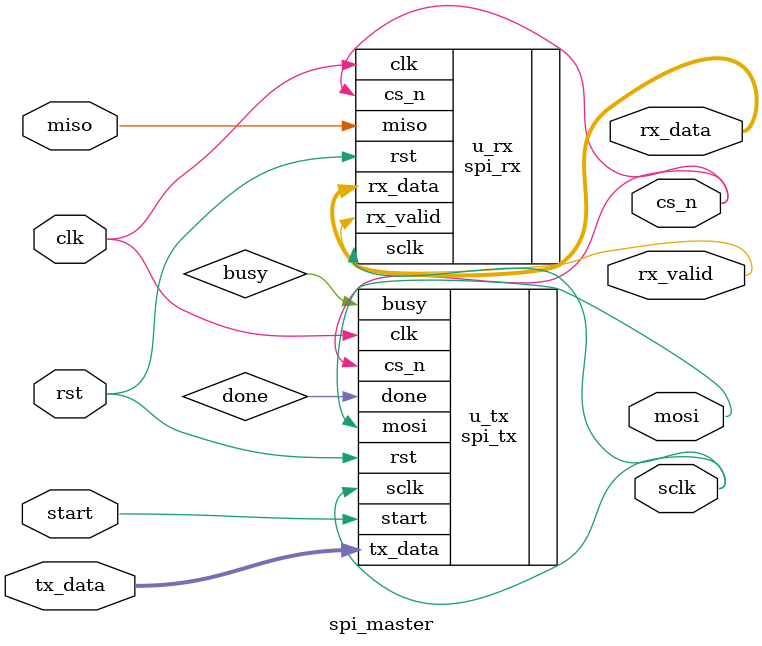
<source format=v>
module spi_master #(parameter WIDTH = 8)(
    input  wire        clk,
    input  wire        rst,
    input  wire        start,
    input  wire [WIDTH-1:0] tx_data,
    input  wire        miso,
    output wire        mosi,
    output wire        sclk,
    output wire        cs_n,
    output wire [WIDTH-1:0] rx_data,
    output wire        rx_valid
);

    wire busy, done;

    spi_tx #(.WIDTH(WIDTH)) u_tx (
        .clk(clk),
        .rst(rst),
        .start(start),
        .tx_data(tx_data),
        .sclk(sclk),
        .mosi(mosi),
        .cs_n(cs_n),
        .busy(busy),
        .done(done)
    );

    spi_rx #(.WIDTH(WIDTH)) u_rx (
        .clk(clk),
        .rst(rst),
        .sclk(sclk),
        .cs_n(cs_n),
        .miso(miso),
        .rx_data(rx_data),
        .rx_valid(rx_valid)
    );

endmodule


</source>
